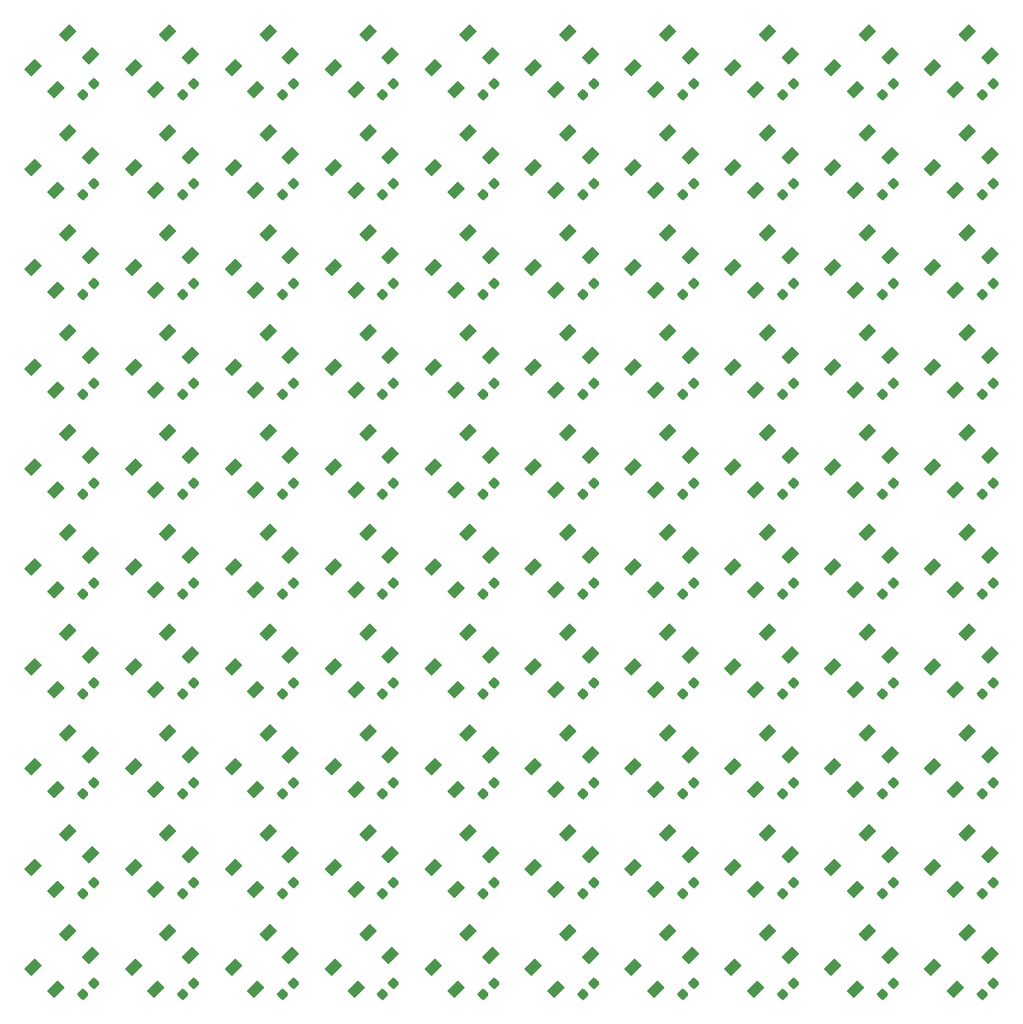
<source format=gbr>
%TF.GenerationSoftware,KiCad,Pcbnew,(6.0.7)*%
%TF.CreationDate,2022-09-25T18:43:39+08:00*%
%TF.ProjectId,WS2812bCricuitPanelization,57533238-3132-4624-9372-696375697450,rev?*%
%TF.SameCoordinates,Original*%
%TF.FileFunction,Soldermask,Top*%
%TF.FilePolarity,Negative*%
%FSLAX46Y46*%
G04 Gerber Fmt 4.6, Leading zero omitted, Abs format (unit mm)*
G04 Created by KiCad (PCBNEW (6.0.7)) date 2022-09-25 18:43:39*
%MOMM*%
%LPD*%
G01*
G04 APERTURE LIST*
G04 Aperture macros list*
%AMRoundRect*
0 Rectangle with rounded corners*
0 $1 Rounding radius*
0 $2 $3 $4 $5 $6 $7 $8 $9 X,Y pos of 4 corners*
0 Add a 4 corners polygon primitive as box body*
4,1,4,$2,$3,$4,$5,$6,$7,$8,$9,$2,$3,0*
0 Add four circle primitives for the rounded corners*
1,1,$1+$1,$2,$3*
1,1,$1+$1,$4,$5*
1,1,$1+$1,$6,$7*
1,1,$1+$1,$8,$9*
0 Add four rect primitives between the rounded corners*
20,1,$1+$1,$2,$3,$4,$5,0*
20,1,$1+$1,$4,$5,$6,$7,0*
20,1,$1+$1,$6,$7,$8,$9,0*
20,1,$1+$1,$8,$9,$2,$3,0*%
%AMRotRect*
0 Rectangle, with rotation*
0 The origin of the aperture is its center*
0 $1 length*
0 $2 width*
0 $3 Rotation angle, in degrees counterclockwise*
0 Add horizontal line*
21,1,$1,$2,0,0,$3*%
G04 Aperture macros list end*
%ADD10RoundRect,0.225000X0.017678X-0.335876X0.335876X-0.017678X-0.017678X0.335876X-0.335876X0.017678X0*%
%ADD11RotRect,1.500000X1.000000X45.000000*%
G04 APERTURE END LIST*
D10*
%TO.C,C100*%
X202053984Y-160646016D03*
X203150000Y-159550000D03*
%TD*%
D11*
%TO.C,D100*%
X197086218Y-157951041D03*
X199348959Y-160213782D03*
X202813782Y-156748959D03*
X200551041Y-154486218D03*
%TD*%
D10*
%TO.C,C99*%
X192053984Y-160646016D03*
X193150000Y-159550000D03*
%TD*%
D11*
%TO.C,D99*%
X187086218Y-157951041D03*
X189348959Y-160213782D03*
X192813782Y-156748959D03*
X190551041Y-154486218D03*
%TD*%
D10*
%TO.C,C98*%
X182053984Y-160646016D03*
X183150000Y-159550000D03*
%TD*%
D11*
%TO.C,D98*%
X177086218Y-157951041D03*
X179348959Y-160213782D03*
X182813782Y-156748959D03*
X180551041Y-154486218D03*
%TD*%
D10*
%TO.C,C97*%
X172053984Y-160646016D03*
X173150000Y-159550000D03*
%TD*%
D11*
%TO.C,D97*%
X167086218Y-157951041D03*
X169348959Y-160213782D03*
X172813782Y-156748959D03*
X170551041Y-154486218D03*
%TD*%
D10*
%TO.C,C96*%
X162053984Y-160646016D03*
X163150000Y-159550000D03*
%TD*%
D11*
%TO.C,D96*%
X157086218Y-157951041D03*
X159348959Y-160213782D03*
X162813782Y-156748959D03*
X160551041Y-154486218D03*
%TD*%
D10*
%TO.C,C95*%
X152053984Y-160646016D03*
X153150000Y-159550000D03*
%TD*%
D11*
%TO.C,D95*%
X147086218Y-157951041D03*
X149348959Y-160213782D03*
X152813782Y-156748959D03*
X150551041Y-154486218D03*
%TD*%
D10*
%TO.C,C94*%
X142053984Y-160646016D03*
X143150000Y-159550000D03*
%TD*%
D11*
%TO.C,D94*%
X137086218Y-157951041D03*
X139348959Y-160213782D03*
X142813782Y-156748959D03*
X140551041Y-154486218D03*
%TD*%
D10*
%TO.C,C93*%
X132053984Y-160646016D03*
X133150000Y-159550000D03*
%TD*%
D11*
%TO.C,D93*%
X127086218Y-157951041D03*
X129348959Y-160213782D03*
X132813782Y-156748959D03*
X130551041Y-154486218D03*
%TD*%
D10*
%TO.C,C92*%
X122053984Y-160646016D03*
X123150000Y-159550000D03*
%TD*%
D11*
%TO.C,D92*%
X117086218Y-157951041D03*
X119348959Y-160213782D03*
X122813782Y-156748959D03*
X120551041Y-154486218D03*
%TD*%
D10*
%TO.C,C91*%
X112053984Y-160646016D03*
X113150000Y-159550000D03*
%TD*%
D11*
%TO.C,D91*%
X107086218Y-157951041D03*
X109348959Y-160213782D03*
X112813782Y-156748959D03*
X110551041Y-154486218D03*
%TD*%
D10*
%TO.C,C90*%
X202053984Y-150646016D03*
X203150000Y-149550000D03*
%TD*%
D11*
%TO.C,D90*%
X197086218Y-147951041D03*
X199348959Y-150213782D03*
X202813782Y-146748959D03*
X200551041Y-144486218D03*
%TD*%
D10*
%TO.C,C89*%
X192053984Y-150646016D03*
X193150000Y-149550000D03*
%TD*%
D11*
%TO.C,D89*%
X187086218Y-147951041D03*
X189348959Y-150213782D03*
X192813782Y-146748959D03*
X190551041Y-144486218D03*
%TD*%
D10*
%TO.C,C88*%
X182053984Y-150646016D03*
X183150000Y-149550000D03*
%TD*%
D11*
%TO.C,D88*%
X177086218Y-147951041D03*
X179348959Y-150213782D03*
X182813782Y-146748959D03*
X180551041Y-144486218D03*
%TD*%
D10*
%TO.C,C87*%
X172053984Y-150646016D03*
X173150000Y-149550000D03*
%TD*%
D11*
%TO.C,D87*%
X167086218Y-147951041D03*
X169348959Y-150213782D03*
X172813782Y-146748959D03*
X170551041Y-144486218D03*
%TD*%
D10*
%TO.C,C86*%
X162053984Y-150646016D03*
X163150000Y-149550000D03*
%TD*%
D11*
%TO.C,D86*%
X157086218Y-147951041D03*
X159348959Y-150213782D03*
X162813782Y-146748959D03*
X160551041Y-144486218D03*
%TD*%
D10*
%TO.C,C85*%
X152053984Y-150646016D03*
X153150000Y-149550000D03*
%TD*%
D11*
%TO.C,D85*%
X147086218Y-147951041D03*
X149348959Y-150213782D03*
X152813782Y-146748959D03*
X150551041Y-144486218D03*
%TD*%
D10*
%TO.C,C84*%
X142053984Y-150646016D03*
X143150000Y-149550000D03*
%TD*%
D11*
%TO.C,D84*%
X137086218Y-147951041D03*
X139348959Y-150213782D03*
X142813782Y-146748959D03*
X140551041Y-144486218D03*
%TD*%
D10*
%TO.C,C83*%
X132053984Y-150646016D03*
X133150000Y-149550000D03*
%TD*%
D11*
%TO.C,D83*%
X127086218Y-147951041D03*
X129348959Y-150213782D03*
X132813782Y-146748959D03*
X130551041Y-144486218D03*
%TD*%
D10*
%TO.C,C82*%
X122053984Y-150646016D03*
X123150000Y-149550000D03*
%TD*%
D11*
%TO.C,D82*%
X117086218Y-147951041D03*
X119348959Y-150213782D03*
X122813782Y-146748959D03*
X120551041Y-144486218D03*
%TD*%
D10*
%TO.C,C81*%
X112053984Y-150646016D03*
X113150000Y-149550000D03*
%TD*%
D11*
%TO.C,D81*%
X107086218Y-147951041D03*
X109348959Y-150213782D03*
X112813782Y-146748959D03*
X110551041Y-144486218D03*
%TD*%
D10*
%TO.C,C80*%
X202053984Y-140646016D03*
X203150000Y-139550000D03*
%TD*%
D11*
%TO.C,D80*%
X197086218Y-137951041D03*
X199348959Y-140213782D03*
X202813782Y-136748959D03*
X200551041Y-134486218D03*
%TD*%
D10*
%TO.C,C79*%
X192053984Y-140646016D03*
X193150000Y-139550000D03*
%TD*%
D11*
%TO.C,D79*%
X187086218Y-137951041D03*
X189348959Y-140213782D03*
X192813782Y-136748959D03*
X190551041Y-134486218D03*
%TD*%
D10*
%TO.C,C78*%
X182053984Y-140646016D03*
X183150000Y-139550000D03*
%TD*%
D11*
%TO.C,D78*%
X177086218Y-137951041D03*
X179348959Y-140213782D03*
X182813782Y-136748959D03*
X180551041Y-134486218D03*
%TD*%
D10*
%TO.C,C77*%
X172053984Y-140646016D03*
X173150000Y-139550000D03*
%TD*%
D11*
%TO.C,D77*%
X167086218Y-137951041D03*
X169348959Y-140213782D03*
X172813782Y-136748959D03*
X170551041Y-134486218D03*
%TD*%
D10*
%TO.C,C76*%
X162053984Y-140646016D03*
X163150000Y-139550000D03*
%TD*%
D11*
%TO.C,D76*%
X157086218Y-137951041D03*
X159348959Y-140213782D03*
X162813782Y-136748959D03*
X160551041Y-134486218D03*
%TD*%
D10*
%TO.C,C75*%
X152053984Y-140646016D03*
X153150000Y-139550000D03*
%TD*%
D11*
%TO.C,D75*%
X147086218Y-137951041D03*
X149348959Y-140213782D03*
X152813782Y-136748959D03*
X150551041Y-134486218D03*
%TD*%
D10*
%TO.C,C74*%
X142053984Y-140646016D03*
X143150000Y-139550000D03*
%TD*%
D11*
%TO.C,D74*%
X137086218Y-137951041D03*
X139348959Y-140213782D03*
X142813782Y-136748959D03*
X140551041Y-134486218D03*
%TD*%
D10*
%TO.C,C73*%
X132053984Y-140646016D03*
X133150000Y-139550000D03*
%TD*%
D11*
%TO.C,D73*%
X127086218Y-137951041D03*
X129348959Y-140213782D03*
X132813782Y-136748959D03*
X130551041Y-134486218D03*
%TD*%
D10*
%TO.C,C72*%
X122053984Y-140646016D03*
X123150000Y-139550000D03*
%TD*%
D11*
%TO.C,D72*%
X117086218Y-137951041D03*
X119348959Y-140213782D03*
X122813782Y-136748959D03*
X120551041Y-134486218D03*
%TD*%
D10*
%TO.C,C71*%
X112053984Y-140646016D03*
X113150000Y-139550000D03*
%TD*%
D11*
%TO.C,D71*%
X107086218Y-137951041D03*
X109348959Y-140213782D03*
X112813782Y-136748959D03*
X110551041Y-134486218D03*
%TD*%
D10*
%TO.C,C70*%
X202053984Y-130646016D03*
X203150000Y-129550000D03*
%TD*%
D11*
%TO.C,D70*%
X197086218Y-127951041D03*
X199348959Y-130213782D03*
X202813782Y-126748959D03*
X200551041Y-124486218D03*
%TD*%
D10*
%TO.C,C69*%
X192053984Y-130646016D03*
X193150000Y-129550000D03*
%TD*%
D11*
%TO.C,D69*%
X187086218Y-127951041D03*
X189348959Y-130213782D03*
X192813782Y-126748959D03*
X190551041Y-124486218D03*
%TD*%
D10*
%TO.C,C68*%
X182053984Y-130646016D03*
X183150000Y-129550000D03*
%TD*%
D11*
%TO.C,D68*%
X177086218Y-127951041D03*
X179348959Y-130213782D03*
X182813782Y-126748959D03*
X180551041Y-124486218D03*
%TD*%
D10*
%TO.C,C67*%
X172053984Y-130646016D03*
X173150000Y-129550000D03*
%TD*%
D11*
%TO.C,D67*%
X167086218Y-127951041D03*
X169348959Y-130213782D03*
X172813782Y-126748959D03*
X170551041Y-124486218D03*
%TD*%
D10*
%TO.C,C66*%
X162053984Y-130646016D03*
X163150000Y-129550000D03*
%TD*%
D11*
%TO.C,D66*%
X157086218Y-127951041D03*
X159348959Y-130213782D03*
X162813782Y-126748959D03*
X160551041Y-124486218D03*
%TD*%
D10*
%TO.C,C65*%
X152053984Y-130646016D03*
X153150000Y-129550000D03*
%TD*%
D11*
%TO.C,D65*%
X147086218Y-127951041D03*
X149348959Y-130213782D03*
X152813782Y-126748959D03*
X150551041Y-124486218D03*
%TD*%
D10*
%TO.C,C64*%
X142053984Y-130646016D03*
X143150000Y-129550000D03*
%TD*%
D11*
%TO.C,D64*%
X137086218Y-127951041D03*
X139348959Y-130213782D03*
X142813782Y-126748959D03*
X140551041Y-124486218D03*
%TD*%
D10*
%TO.C,C63*%
X132053984Y-130646016D03*
X133150000Y-129550000D03*
%TD*%
D11*
%TO.C,D63*%
X127086218Y-127951041D03*
X129348959Y-130213782D03*
X132813782Y-126748959D03*
X130551041Y-124486218D03*
%TD*%
D10*
%TO.C,C62*%
X122053984Y-130646016D03*
X123150000Y-129550000D03*
%TD*%
D11*
%TO.C,D62*%
X117086218Y-127951041D03*
X119348959Y-130213782D03*
X122813782Y-126748959D03*
X120551041Y-124486218D03*
%TD*%
D10*
%TO.C,C61*%
X112053984Y-130646016D03*
X113150000Y-129550000D03*
%TD*%
D11*
%TO.C,D61*%
X107086218Y-127951041D03*
X109348959Y-130213782D03*
X112813782Y-126748959D03*
X110551041Y-124486218D03*
%TD*%
D10*
%TO.C,C60*%
X202053984Y-120646016D03*
X203150000Y-119550000D03*
%TD*%
D11*
%TO.C,D60*%
X197086218Y-117951041D03*
X199348959Y-120213782D03*
X202813782Y-116748959D03*
X200551041Y-114486218D03*
%TD*%
D10*
%TO.C,C59*%
X192053984Y-120646016D03*
X193150000Y-119550000D03*
%TD*%
D11*
%TO.C,D59*%
X187086218Y-117951041D03*
X189348959Y-120213782D03*
X192813782Y-116748959D03*
X190551041Y-114486218D03*
%TD*%
D10*
%TO.C,C58*%
X182053984Y-120646016D03*
X183150000Y-119550000D03*
%TD*%
D11*
%TO.C,D58*%
X177086218Y-117951041D03*
X179348959Y-120213782D03*
X182813782Y-116748959D03*
X180551041Y-114486218D03*
%TD*%
D10*
%TO.C,C57*%
X172053984Y-120646016D03*
X173150000Y-119550000D03*
%TD*%
D11*
%TO.C,D57*%
X167086218Y-117951041D03*
X169348959Y-120213782D03*
X172813782Y-116748959D03*
X170551041Y-114486218D03*
%TD*%
D10*
%TO.C,C56*%
X162053984Y-120646016D03*
X163150000Y-119550000D03*
%TD*%
D11*
%TO.C,D56*%
X157086218Y-117951041D03*
X159348959Y-120213782D03*
X162813782Y-116748959D03*
X160551041Y-114486218D03*
%TD*%
D10*
%TO.C,C55*%
X152053984Y-120646016D03*
X153150000Y-119550000D03*
%TD*%
D11*
%TO.C,D55*%
X147086218Y-117951041D03*
X149348959Y-120213782D03*
X152813782Y-116748959D03*
X150551041Y-114486218D03*
%TD*%
D10*
%TO.C,C54*%
X142053984Y-120646016D03*
X143150000Y-119550000D03*
%TD*%
D11*
%TO.C,D54*%
X137086218Y-117951041D03*
X139348959Y-120213782D03*
X142813782Y-116748959D03*
X140551041Y-114486218D03*
%TD*%
D10*
%TO.C,C53*%
X132053984Y-120646016D03*
X133150000Y-119550000D03*
%TD*%
D11*
%TO.C,D53*%
X127086218Y-117951041D03*
X129348959Y-120213782D03*
X132813782Y-116748959D03*
X130551041Y-114486218D03*
%TD*%
D10*
%TO.C,C52*%
X122053984Y-120646016D03*
X123150000Y-119550000D03*
%TD*%
D11*
%TO.C,D52*%
X117086218Y-117951041D03*
X119348959Y-120213782D03*
X122813782Y-116748959D03*
X120551041Y-114486218D03*
%TD*%
D10*
%TO.C,C51*%
X112053984Y-120646016D03*
X113150000Y-119550000D03*
%TD*%
D11*
%TO.C,D51*%
X107086218Y-117951041D03*
X109348959Y-120213782D03*
X112813782Y-116748959D03*
X110551041Y-114486218D03*
%TD*%
D10*
%TO.C,C50*%
X202053984Y-110646016D03*
X203150000Y-109550000D03*
%TD*%
D11*
%TO.C,D50*%
X197086218Y-107951041D03*
X199348959Y-110213782D03*
X202813782Y-106748959D03*
X200551041Y-104486218D03*
%TD*%
D10*
%TO.C,C49*%
X192053984Y-110646016D03*
X193150000Y-109550000D03*
%TD*%
D11*
%TO.C,D49*%
X187086218Y-107951041D03*
X189348959Y-110213782D03*
X192813782Y-106748959D03*
X190551041Y-104486218D03*
%TD*%
D10*
%TO.C,C48*%
X182053984Y-110646016D03*
X183150000Y-109550000D03*
%TD*%
D11*
%TO.C,D48*%
X177086218Y-107951041D03*
X179348959Y-110213782D03*
X182813782Y-106748959D03*
X180551041Y-104486218D03*
%TD*%
D10*
%TO.C,C47*%
X172053984Y-110646016D03*
X173150000Y-109550000D03*
%TD*%
D11*
%TO.C,D47*%
X167086218Y-107951041D03*
X169348959Y-110213782D03*
X172813782Y-106748959D03*
X170551041Y-104486218D03*
%TD*%
D10*
%TO.C,C46*%
X162053984Y-110646016D03*
X163150000Y-109550000D03*
%TD*%
D11*
%TO.C,D46*%
X157086218Y-107951041D03*
X159348959Y-110213782D03*
X162813782Y-106748959D03*
X160551041Y-104486218D03*
%TD*%
D10*
%TO.C,C45*%
X152053984Y-110646016D03*
X153150000Y-109550000D03*
%TD*%
D11*
%TO.C,D45*%
X147086218Y-107951041D03*
X149348959Y-110213782D03*
X152813782Y-106748959D03*
X150551041Y-104486218D03*
%TD*%
D10*
%TO.C,C44*%
X142053984Y-110646016D03*
X143150000Y-109550000D03*
%TD*%
D11*
%TO.C,D44*%
X137086218Y-107951041D03*
X139348959Y-110213782D03*
X142813782Y-106748959D03*
X140551041Y-104486218D03*
%TD*%
D10*
%TO.C,C43*%
X132053984Y-110646016D03*
X133150000Y-109550000D03*
%TD*%
D11*
%TO.C,D43*%
X127086218Y-107951041D03*
X129348959Y-110213782D03*
X132813782Y-106748959D03*
X130551041Y-104486218D03*
%TD*%
D10*
%TO.C,C42*%
X122053984Y-110646016D03*
X123150000Y-109550000D03*
%TD*%
D11*
%TO.C,D42*%
X117086218Y-107951041D03*
X119348959Y-110213782D03*
X122813782Y-106748959D03*
X120551041Y-104486218D03*
%TD*%
D10*
%TO.C,C41*%
X112053984Y-110646016D03*
X113150000Y-109550000D03*
%TD*%
D11*
%TO.C,D41*%
X107086218Y-107951041D03*
X109348959Y-110213782D03*
X112813782Y-106748959D03*
X110551041Y-104486218D03*
%TD*%
D10*
%TO.C,C40*%
X202053984Y-100646016D03*
X203150000Y-99550000D03*
%TD*%
D11*
%TO.C,D40*%
X197086218Y-97951041D03*
X199348959Y-100213782D03*
X202813782Y-96748959D03*
X200551041Y-94486218D03*
%TD*%
D10*
%TO.C,C39*%
X192053984Y-100646016D03*
X193150000Y-99550000D03*
%TD*%
D11*
%TO.C,D39*%
X187086218Y-97951041D03*
X189348959Y-100213782D03*
X192813782Y-96748959D03*
X190551041Y-94486218D03*
%TD*%
D10*
%TO.C,C38*%
X182053984Y-100646016D03*
X183150000Y-99550000D03*
%TD*%
D11*
%TO.C,D38*%
X177086218Y-97951041D03*
X179348959Y-100213782D03*
X182813782Y-96748959D03*
X180551041Y-94486218D03*
%TD*%
D10*
%TO.C,C37*%
X172053984Y-100646016D03*
X173150000Y-99550000D03*
%TD*%
D11*
%TO.C,D37*%
X167086218Y-97951041D03*
X169348959Y-100213782D03*
X172813782Y-96748959D03*
X170551041Y-94486218D03*
%TD*%
D10*
%TO.C,C36*%
X162053984Y-100646016D03*
X163150000Y-99550000D03*
%TD*%
D11*
%TO.C,D36*%
X157086218Y-97951041D03*
X159348959Y-100213782D03*
X162813782Y-96748959D03*
X160551041Y-94486218D03*
%TD*%
D10*
%TO.C,C35*%
X152053984Y-100646016D03*
X153150000Y-99550000D03*
%TD*%
D11*
%TO.C,D35*%
X147086218Y-97951041D03*
X149348959Y-100213782D03*
X152813782Y-96748959D03*
X150551041Y-94486218D03*
%TD*%
D10*
%TO.C,C34*%
X142053984Y-100646016D03*
X143150000Y-99550000D03*
%TD*%
D11*
%TO.C,D34*%
X137086218Y-97951041D03*
X139348959Y-100213782D03*
X142813782Y-96748959D03*
X140551041Y-94486218D03*
%TD*%
D10*
%TO.C,C33*%
X132053984Y-100646016D03*
X133150000Y-99550000D03*
%TD*%
D11*
%TO.C,D33*%
X127086218Y-97951041D03*
X129348959Y-100213782D03*
X132813782Y-96748959D03*
X130551041Y-94486218D03*
%TD*%
D10*
%TO.C,C32*%
X122053984Y-100646016D03*
X123150000Y-99550000D03*
%TD*%
D11*
%TO.C,D32*%
X117086218Y-97951041D03*
X119348959Y-100213782D03*
X122813782Y-96748959D03*
X120551041Y-94486218D03*
%TD*%
D10*
%TO.C,C31*%
X112053984Y-100646016D03*
X113150000Y-99550000D03*
%TD*%
D11*
%TO.C,D31*%
X107086218Y-97951041D03*
X109348959Y-100213782D03*
X112813782Y-96748959D03*
X110551041Y-94486218D03*
%TD*%
D10*
%TO.C,C30*%
X202053984Y-90646016D03*
X203150000Y-89550000D03*
%TD*%
D11*
%TO.C,D30*%
X197086218Y-87951041D03*
X199348959Y-90213782D03*
X202813782Y-86748959D03*
X200551041Y-84486218D03*
%TD*%
D10*
%TO.C,C29*%
X192053984Y-90646016D03*
X193150000Y-89550000D03*
%TD*%
D11*
%TO.C,D29*%
X187086218Y-87951041D03*
X189348959Y-90213782D03*
X192813782Y-86748959D03*
X190551041Y-84486218D03*
%TD*%
D10*
%TO.C,C28*%
X182053984Y-90646016D03*
X183150000Y-89550000D03*
%TD*%
D11*
%TO.C,D28*%
X177086218Y-87951041D03*
X179348959Y-90213782D03*
X182813782Y-86748959D03*
X180551041Y-84486218D03*
%TD*%
D10*
%TO.C,C27*%
X172053984Y-90646016D03*
X173150000Y-89550000D03*
%TD*%
D11*
%TO.C,D27*%
X167086218Y-87951041D03*
X169348959Y-90213782D03*
X172813782Y-86748959D03*
X170551041Y-84486218D03*
%TD*%
D10*
%TO.C,C26*%
X162053984Y-90646016D03*
X163150000Y-89550000D03*
%TD*%
D11*
%TO.C,D26*%
X157086218Y-87951041D03*
X159348959Y-90213782D03*
X162813782Y-86748959D03*
X160551041Y-84486218D03*
%TD*%
D10*
%TO.C,C25*%
X152053984Y-90646016D03*
X153150000Y-89550000D03*
%TD*%
D11*
%TO.C,D25*%
X147086218Y-87951041D03*
X149348959Y-90213782D03*
X152813782Y-86748959D03*
X150551041Y-84486218D03*
%TD*%
D10*
%TO.C,C24*%
X142053984Y-90646016D03*
X143150000Y-89550000D03*
%TD*%
D11*
%TO.C,D24*%
X137086218Y-87951041D03*
X139348959Y-90213782D03*
X142813782Y-86748959D03*
X140551041Y-84486218D03*
%TD*%
D10*
%TO.C,C23*%
X132053984Y-90646016D03*
X133150000Y-89550000D03*
%TD*%
D11*
%TO.C,D23*%
X127086218Y-87951041D03*
X129348959Y-90213782D03*
X132813782Y-86748959D03*
X130551041Y-84486218D03*
%TD*%
D10*
%TO.C,C22*%
X122053984Y-90646016D03*
X123150000Y-89550000D03*
%TD*%
D11*
%TO.C,D22*%
X117086218Y-87951041D03*
X119348959Y-90213782D03*
X122813782Y-86748959D03*
X120551041Y-84486218D03*
%TD*%
D10*
%TO.C,C21*%
X112053984Y-90646016D03*
X113150000Y-89550000D03*
%TD*%
D11*
%TO.C,D21*%
X107086218Y-87951041D03*
X109348959Y-90213782D03*
X112813782Y-86748959D03*
X110551041Y-84486218D03*
%TD*%
D10*
%TO.C,C20*%
X202053984Y-80646016D03*
X203150000Y-79550000D03*
%TD*%
D11*
%TO.C,D20*%
X197086218Y-77951041D03*
X199348959Y-80213782D03*
X202813782Y-76748959D03*
X200551041Y-74486218D03*
%TD*%
D10*
%TO.C,C19*%
X192053984Y-80646016D03*
X193150000Y-79550000D03*
%TD*%
D11*
%TO.C,D19*%
X187086218Y-77951041D03*
X189348959Y-80213782D03*
X192813782Y-76748959D03*
X190551041Y-74486218D03*
%TD*%
D10*
%TO.C,C18*%
X182053984Y-80646016D03*
X183150000Y-79550000D03*
%TD*%
D11*
%TO.C,D18*%
X177086218Y-77951041D03*
X179348959Y-80213782D03*
X182813782Y-76748959D03*
X180551041Y-74486218D03*
%TD*%
D10*
%TO.C,C17*%
X172053984Y-80646016D03*
X173150000Y-79550000D03*
%TD*%
D11*
%TO.C,D17*%
X167086218Y-77951041D03*
X169348959Y-80213782D03*
X172813782Y-76748959D03*
X170551041Y-74486218D03*
%TD*%
D10*
%TO.C,C16*%
X162053984Y-80646016D03*
X163150000Y-79550000D03*
%TD*%
D11*
%TO.C,D16*%
X157086218Y-77951041D03*
X159348959Y-80213782D03*
X162813782Y-76748959D03*
X160551041Y-74486218D03*
%TD*%
D10*
%TO.C,C15*%
X152053984Y-80646016D03*
X153150000Y-79550000D03*
%TD*%
D11*
%TO.C,D15*%
X147086218Y-77951041D03*
X149348959Y-80213782D03*
X152813782Y-76748959D03*
X150551041Y-74486218D03*
%TD*%
D10*
%TO.C,C14*%
X142053984Y-80646016D03*
X143150000Y-79550000D03*
%TD*%
D11*
%TO.C,D14*%
X137086218Y-77951041D03*
X139348959Y-80213782D03*
X142813782Y-76748959D03*
X140551041Y-74486218D03*
%TD*%
D10*
%TO.C,C13*%
X132053984Y-80646016D03*
X133150000Y-79550000D03*
%TD*%
D11*
%TO.C,D13*%
X127086218Y-77951041D03*
X129348959Y-80213782D03*
X132813782Y-76748959D03*
X130551041Y-74486218D03*
%TD*%
D10*
%TO.C,C12*%
X122053984Y-80646016D03*
X123150000Y-79550000D03*
%TD*%
D11*
%TO.C,D12*%
X117086218Y-77951041D03*
X119348959Y-80213782D03*
X122813782Y-76748959D03*
X120551041Y-74486218D03*
%TD*%
D10*
%TO.C,C11*%
X112053984Y-80646016D03*
X113150000Y-79550000D03*
%TD*%
D11*
%TO.C,D11*%
X107086218Y-77951041D03*
X109348959Y-80213782D03*
X112813782Y-76748959D03*
X110551041Y-74486218D03*
%TD*%
D10*
%TO.C,C10*%
X202053984Y-70646016D03*
X203150000Y-69550000D03*
%TD*%
D11*
%TO.C,D10*%
X197086218Y-67951041D03*
X199348959Y-70213782D03*
X202813782Y-66748959D03*
X200551041Y-64486218D03*
%TD*%
D10*
%TO.C,C9*%
X192053984Y-70646016D03*
X193150000Y-69550000D03*
%TD*%
D11*
%TO.C,D9*%
X187086218Y-67951041D03*
X189348959Y-70213782D03*
X192813782Y-66748959D03*
X190551041Y-64486218D03*
%TD*%
D10*
%TO.C,C8*%
X182053984Y-70646016D03*
X183150000Y-69550000D03*
%TD*%
D11*
%TO.C,D8*%
X177086218Y-67951041D03*
X179348959Y-70213782D03*
X182813782Y-66748959D03*
X180551041Y-64486218D03*
%TD*%
D10*
%TO.C,C7*%
X172053984Y-70646016D03*
X173150000Y-69550000D03*
%TD*%
D11*
%TO.C,D7*%
X167086218Y-67951041D03*
X169348959Y-70213782D03*
X172813782Y-66748959D03*
X170551041Y-64486218D03*
%TD*%
D10*
%TO.C,C6*%
X162053984Y-70646016D03*
X163150000Y-69550000D03*
%TD*%
D11*
%TO.C,D6*%
X157086218Y-67951041D03*
X159348959Y-70213782D03*
X162813782Y-66748959D03*
X160551041Y-64486218D03*
%TD*%
D10*
%TO.C,C5*%
X152053984Y-70646016D03*
X153150000Y-69550000D03*
%TD*%
D11*
%TO.C,D5*%
X147086218Y-67951041D03*
X149348959Y-70213782D03*
X152813782Y-66748959D03*
X150551041Y-64486218D03*
%TD*%
D10*
%TO.C,C4*%
X142053984Y-70646016D03*
X143150000Y-69550000D03*
%TD*%
D11*
%TO.C,D4*%
X137086218Y-67951041D03*
X139348959Y-70213782D03*
X142813782Y-66748959D03*
X140551041Y-64486218D03*
%TD*%
D10*
%TO.C,C3*%
X132053984Y-70646016D03*
X133150000Y-69550000D03*
%TD*%
D11*
%TO.C,D3*%
X127086218Y-67951041D03*
X129348959Y-70213782D03*
X132813782Y-66748959D03*
X130551041Y-64486218D03*
%TD*%
D10*
%TO.C,C2*%
X122053984Y-70646016D03*
X123150000Y-69550000D03*
%TD*%
D11*
%TO.C,D2*%
X117086218Y-67951041D03*
X119348959Y-70213782D03*
X122813782Y-66748959D03*
X120551041Y-64486218D03*
%TD*%
D10*
%TO.C,C1*%
X112053984Y-70646016D03*
X113150000Y-69550000D03*
%TD*%
D11*
%TO.C,D1*%
X107086218Y-67951041D03*
X109348959Y-70213782D03*
X112813782Y-66748959D03*
X110551041Y-64486218D03*
%TD*%
M02*

</source>
